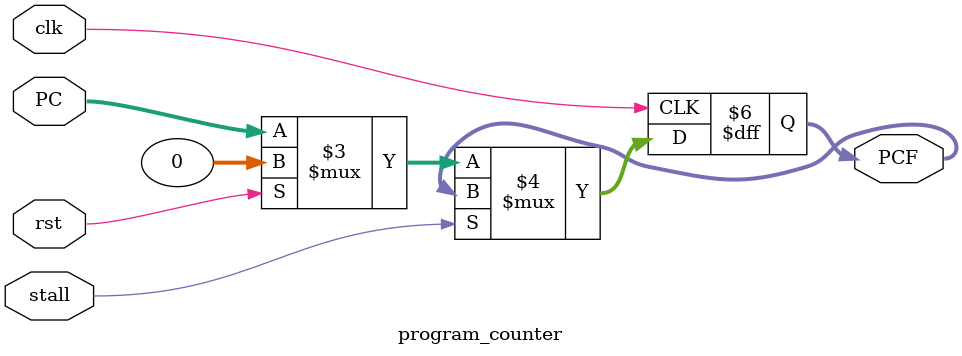
<source format=sv>
module program_counter #(
    parameter WIDTH = 32
)(
    input logic clk,
    input logic rst,
    input logic [WIDTH-1:0] PC,
    input logic stall,

    output logic [WIDTH-1:0] PCF
);

always_ff @(posedge clk) begin
    if(!stall) begin
        PCF <= rst ? 32'b0 : PC;
    end
end

endmodule

</source>
